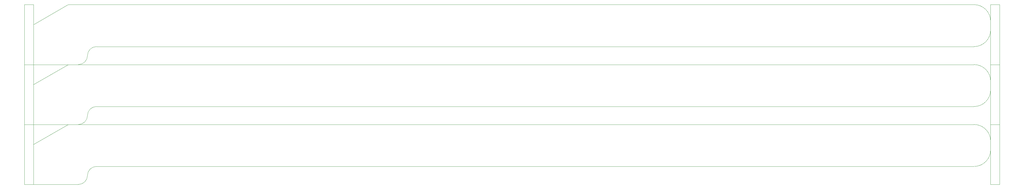
<source format=gm1>
G04 #@! TF.GenerationSoftware,KiCad,Pcbnew,(5.1.10)-1*
G04 #@! TF.CreationDate,2021-09-09T13:00:48-04:00*
G04 #@! TF.ProjectId,LED Wheel,4c454420-5768-4656-956c-2e6b69636164,rev?*
G04 #@! TF.SameCoordinates,Original*
G04 #@! TF.FileFunction,Profile,NP*
%FSLAX46Y46*%
G04 Gerber Fmt 4.6, Leading zero omitted, Abs format (unit mm)*
G04 Created by KiCad (PCBNEW (5.1.10)-1) date 2021-09-09 13:00:48*
%MOMM*%
%LPD*%
G01*
G04 APERTURE LIST*
G04 #@! TA.AperFunction,Profile*
%ADD10C,0.050000*%
G04 #@! TD*
G04 APERTURE END LIST*
D10*
X46500000Y-127500000D02*
X43500000Y-127500000D01*
X46500000Y-147500000D02*
X43500000Y-147500000D01*
X365500000Y-147500000D02*
X368500000Y-147500000D01*
X365500000Y-127500000D02*
X368500000Y-127500000D01*
X46500000Y-134166667D02*
X46500000Y-127500000D01*
X46500000Y-154166667D02*
X46500000Y-147500000D01*
X46500000Y-107500000D02*
X46500000Y-114166667D01*
X43500000Y-167500000D02*
X46500000Y-167500000D01*
X43500000Y-107500000D02*
X43500000Y-167500000D01*
X46500000Y-107500000D02*
X43500000Y-107500000D01*
X360000000Y-107500000D02*
G75*
G02*
X365500000Y-113000000I0J-5500000D01*
G01*
X360000000Y-127500000D02*
G75*
G02*
X365500000Y-133000000I0J-5500000D01*
G01*
X360000000Y-147500000D02*
G75*
G02*
X365500000Y-153000000I0J-5500000D01*
G01*
X368500000Y-167500000D02*
X365500000Y-167500000D01*
X368500000Y-107500000D02*
X368500000Y-167500000D01*
X365500000Y-107500000D02*
X368500000Y-107500000D01*
X365500000Y-167500000D02*
X365500000Y-107500000D01*
X61500000Y-147500000D02*
X58047000Y-147500000D01*
X61500000Y-127500000D02*
X58047000Y-127500000D01*
X46500000Y-127500000D02*
X58047000Y-127500000D01*
X58047000Y-107500000D02*
X360000000Y-107500000D01*
X64500000Y-124500000D02*
G75*
G02*
X61500000Y-127500000I-3000000J0D01*
G01*
X64500000Y-124500000D02*
G75*
G02*
X67500000Y-121500000I3000000J0D01*
G01*
X360000000Y-127500000D02*
X61500000Y-127500000D01*
X365500000Y-116000000D02*
G75*
G02*
X360000000Y-121500000I-5500000J0D01*
G01*
X360000000Y-121500000D02*
X67500000Y-121500000D01*
X64500000Y-144500000D02*
G75*
G02*
X61500000Y-147500000I-3000000J0D01*
G01*
X64500000Y-144500000D02*
G75*
G02*
X67500000Y-141500000I3000000J0D01*
G01*
X46500000Y-147500000D02*
X58047000Y-147500000D01*
X360000000Y-147500000D02*
X61500000Y-147500000D01*
X360000000Y-141500000D02*
X67500000Y-141500000D01*
X365500000Y-136000000D02*
G75*
G02*
X360000000Y-141500000I-5500000J0D01*
G01*
X46500000Y-167500000D02*
X61500000Y-167500000D01*
X64500000Y-164500000D02*
G75*
G02*
X67500000Y-161500000I3000000J0D01*
G01*
X64500000Y-164500000D02*
G75*
G02*
X61500000Y-167500000I-3000000J0D01*
G01*
X360000000Y-161500000D02*
X67500000Y-161500000D01*
X365500000Y-156000000D02*
G75*
G02*
X360000000Y-161500000I-5500000J0D01*
G01*
X46500000Y-114166667D02*
X58047000Y-107500000D01*
X46500000Y-134166667D02*
X58047000Y-127500000D01*
X46500000Y-154166667D02*
X58047000Y-147500000D01*
X46500000Y-154166667D02*
X46500000Y-167500000D01*
X46500000Y-134166667D02*
X46500000Y-147500000D01*
X46500000Y-127500000D02*
X46500000Y-114166667D01*
M02*

</source>
